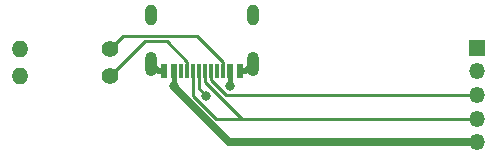
<source format=gbl>
%TF.GenerationSoftware,KiCad,Pcbnew,(7.0.0-0)*%
%TF.CreationDate,2023-08-09T13:49:59+02:00*%
%TF.ProjectId,shine-usb-c,7368696e-652d-4757-9362-2d632e6b6963,1*%
%TF.SameCoordinates,Original*%
%TF.FileFunction,Copper,L2,Bot*%
%TF.FilePolarity,Positive*%
%FSLAX46Y46*%
G04 Gerber Fmt 4.6, Leading zero omitted, Abs format (unit mm)*
G04 Created by KiCad (PCBNEW (7.0.0-0)) date 2023-08-09 13:49:59*
%MOMM*%
%LPD*%
G01*
G04 APERTURE LIST*
%TA.AperFunction,SMDPad,CuDef*%
%ADD10R,0.600000X1.150000*%
%TD*%
%TA.AperFunction,SMDPad,CuDef*%
%ADD11R,0.300000X1.150000*%
%TD*%
%TA.AperFunction,ComponentPad*%
%ADD12O,1.000000X1.800000*%
%TD*%
%TA.AperFunction,ComponentPad*%
%ADD13O,1.000000X2.100000*%
%TD*%
%TA.AperFunction,ComponentPad*%
%ADD14C,1.400000*%
%TD*%
%TA.AperFunction,ComponentPad*%
%ADD15O,1.400000X1.400000*%
%TD*%
%TA.AperFunction,ComponentPad*%
%ADD16R,1.350000X1.350000*%
%TD*%
%TA.AperFunction,ComponentPad*%
%ADD17O,1.350000X1.350000*%
%TD*%
%TA.AperFunction,ViaPad*%
%ADD18C,0.800000*%
%TD*%
%TA.AperFunction,Conductor*%
%ADD19C,0.635000*%
%TD*%
%TA.AperFunction,Conductor*%
%ADD20C,0.254000*%
%TD*%
%TA.AperFunction,Conductor*%
%ADD21C,0.381000*%
%TD*%
%TA.AperFunction,Conductor*%
%ADD22C,0.508000*%
%TD*%
G04 APERTURE END LIST*
D10*
%TO.P,J2,A1-B12,GND*%
%TO.N,GND*%
X149799999Y-93929999D03*
%TO.P,J2,A4-B9,VBUS*%
%TO.N,/CONN_VBUS*%
X150599999Y-93929999D03*
D11*
%TO.P,J2,A5,CC1*%
%TO.N,Net-(J2-CC1)*%
X151749999Y-93929999D03*
%TO.P,J2,A6,DP1*%
%TO.N,/CONN_D+*%
X152749999Y-93929999D03*
%TO.P,J2,A7,DN1*%
%TO.N,/CONN_D-*%
X153249999Y-93929999D03*
%TO.P,J2,A8,SBU1*%
%TO.N,unconnected-(J2-SBU1-PadA8)*%
X154249999Y-93929999D03*
D10*
%TO.P,J2,B1-A12,GND*%
%TO.N,GND*%
X156199999Y-93929999D03*
%TO.P,J2,B4-A9,VBUS*%
%TO.N,/CONN_VBUS*%
X155399999Y-93929999D03*
D11*
%TO.P,J2,B5,CC2*%
%TO.N,Net-(J2-CC2)*%
X154749999Y-93929999D03*
%TO.P,J2,B6,DP2*%
%TO.N,/CONN_D+*%
X153749999Y-93929999D03*
%TO.P,J2,B7,DN2*%
%TO.N,/CONN_D-*%
X152249999Y-93929999D03*
%TO.P,J2,B8,SBU2*%
%TO.N,unconnected-(J2-SBU2-PadB8)*%
X151249999Y-93929999D03*
D12*
%TO.P,J2,S1,SHELL*%
%TO.N,GND*%
X148679999Y-89174999D03*
%TO.P,J2,S2,SHELL*%
X157319999Y-89174999D03*
D13*
%TO.P,J2,S3,SHELL*%
X148679999Y-93354998D03*
%TO.P,J2,S4,SHELL*%
X157319999Y-93354998D03*
%TD*%
D14*
%TO.P,R2,1*%
%TO.N,Net-(J2-CC1)*%
X145210000Y-94400000D03*
D15*
%TO.P,R2,2*%
%TO.N,GND*%
X137589999Y-94399999D03*
%TD*%
D14*
%TO.P,R1,1*%
%TO.N,Net-(J2-CC2)*%
X145210000Y-92100000D03*
D15*
%TO.P,R1,2*%
%TO.N,GND*%
X137589999Y-92099999D03*
%TD*%
D16*
%TO.P,J1,1,Pin_1*%
%TO.N,GND*%
X176249999Y-91999999D03*
D17*
%TO.P,J1,2,Pin_2*%
X176249999Y-93999999D03*
%TO.P,J1,3,Pin_3*%
%TO.N,/CONN_D+*%
X176249999Y-95999999D03*
%TO.P,J1,4,Pin_4*%
%TO.N,/CONN_D-*%
X176249999Y-97999999D03*
%TO.P,J1,5,Pin_5*%
%TO.N,/CONN_VBUS*%
X176249999Y-99999999D03*
%TD*%
D18*
%TO.N,/CONN_VBUS*%
X150600000Y-95200000D03*
X155400000Y-95200000D03*
%TO.N,/CONN_D+*%
X153360760Y-96039240D03*
%TD*%
D19*
%TO.N,/CONN_VBUS*%
X176250000Y-100000000D02*
X155288540Y-100000000D01*
X155288540Y-100000000D02*
X150600000Y-95311460D01*
X150600000Y-95311460D02*
X150600000Y-95200000D01*
D20*
%TO.N,Net-(J2-CC1)*%
X151750000Y-93930000D02*
X151750000Y-93197000D01*
X151750000Y-93197000D02*
X150007000Y-91454000D01*
X150007000Y-91454000D02*
X148156000Y-91454000D01*
X148156000Y-91454000D02*
X145210000Y-94400000D01*
%TO.N,Net-(J2-CC2)*%
X154750000Y-93930000D02*
X154750000Y-93197000D01*
X154750000Y-93197000D02*
X152553000Y-91000000D01*
X152553000Y-91000000D02*
X146310000Y-91000000D01*
X146310000Y-91000000D02*
X145210000Y-92100000D01*
D21*
%TO.N,/CONN_VBUS*%
X155400000Y-93930000D02*
X155400000Y-95200000D01*
X150600000Y-95200000D02*
X150668144Y-95200000D01*
X150600000Y-95131856D02*
X150600000Y-95200000D01*
X150600000Y-93930000D02*
X150600000Y-95131856D01*
X150600000Y-95131856D02*
X150600000Y-95131856D01*
D20*
%TO.N,/CONN_D-*%
X152250000Y-93930000D02*
X152250000Y-96050000D01*
X152250000Y-96050000D02*
X154200000Y-98000000D01*
X154200000Y-98000000D02*
X156348948Y-98000000D01*
%TO.N,/CONN_D+*%
X153360760Y-96039240D02*
X152750000Y-95428480D01*
X152750000Y-95428480D02*
X152750000Y-93930000D01*
%TO.N,/CONN_D-*%
X153250000Y-93930000D02*
X153250000Y-94901052D01*
X153250000Y-94901052D02*
X156348948Y-98000000D01*
X156348948Y-98000000D02*
X176250000Y-98000000D01*
%TO.N,/CONN_D+*%
X153750000Y-93930000D02*
X153750000Y-94759000D01*
X154991000Y-96000000D02*
X176250000Y-96000000D01*
X153750000Y-94759000D02*
X154991000Y-96000000D01*
D22*
%TO.N,GND*%
X149800000Y-93930000D02*
X149255001Y-93930000D01*
X149255001Y-93930000D02*
X148680000Y-93354999D01*
X156200000Y-93930000D02*
X156744999Y-93930000D01*
X156744999Y-93930000D02*
X157320000Y-93354999D01*
D19*
%TO.N,Net-(J2-CC2)*%
X145210000Y-92100000D02*
X145397500Y-91912500D01*
%TD*%
M02*

</source>
